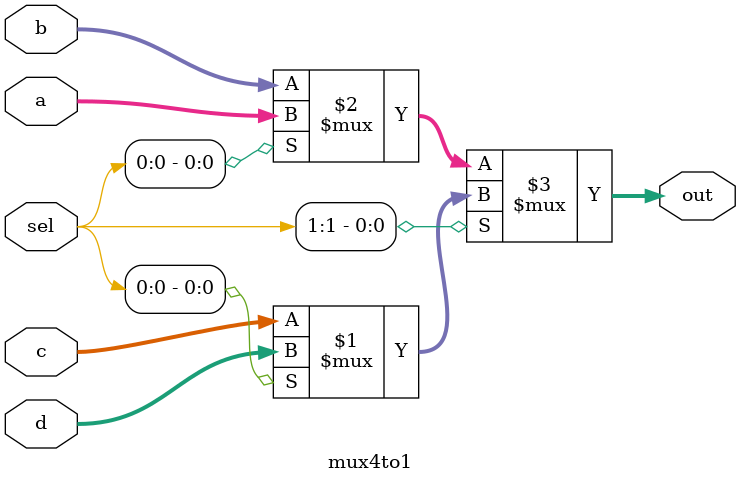
<source format=v>
`timescale 1ns / 1ps


module mux4to1(
a,b,c,d,sel,out
    );
    input [1:0] sel;
    input [3:0] a,b,c,d;
    output [3:0] out;
    assign out = sel[1] ? (sel[0] ? d : c ):
                          (sel[0] ? a : b );
endmodule

</source>
